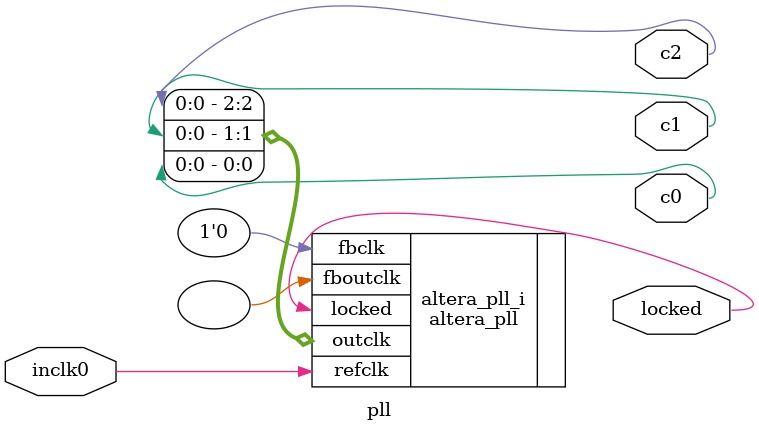
<source format=v>
module pll (
		input  wire  inclk0,   
		output wire  c0, 
		output wire  c1, 
		output wire  c2, 
		output wire  locked    
	);

	altera_pll #(
		.fractional_vco_multiplier("false"),
		.reference_clock_frequency("50.0 MHz"),
		.operation_mode("direct"),
		.number_of_clocks(3),
		.output_clock_frequency0("30.000000 MHz"),
		.phase_shift0("0 ps"),
		.duty_cycle0(50),
		.output_clock_frequency1("48.000000 MHz"),
		.phase_shift1("0 ps"),
		.duty_cycle1(50),
		.output_clock_frequency2("3.582089 MHz"),
		.phase_shift2("0 ps"),
		.duty_cycle2(50),
		.pll_type("General"),
		.pll_subtype("General")
	) altera_pll_i (
		.outclk	({c2, c1, c0}),
		.locked	(locked),
		.fboutclk	( ),
		.fbclk	(1'b0),
		.refclk	(inclk0)
	);


endmodule


</source>
